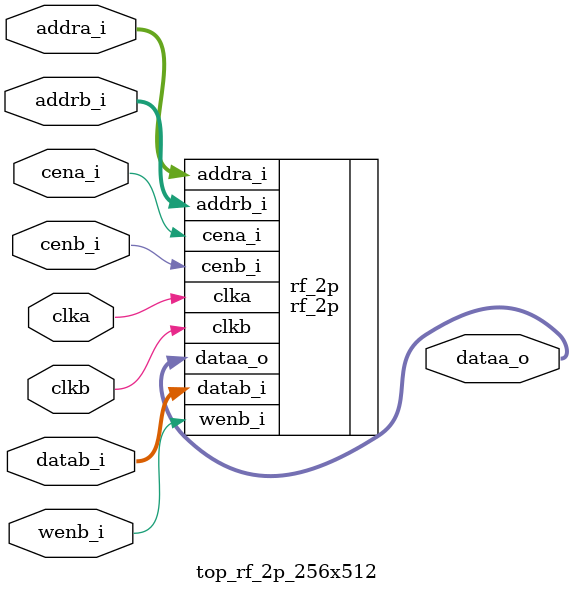
<source format=v>

`include "enc_defines.v"

module top_rf_2p_256x512 (
  clka    ,
  cena_i  ,
  addra_i ,
  dataa_o ,
  clkb    ,
  cenb_i  ,
  wenb_i  ,
  addrb_i ,
  datab_i
);


//*** PARAMETER DECLARATION ****************************************************

  localparam Word_Width = 256 ;
  localparam Addr_Width = 9   ;


//*** INPUT/OUTPUT DECLARATION *************************************************

  // A port
  input                       clka    ;
  input                       cena_i  ;
  input  [Addr_Width-1 :0]    addra_i ;
  output [Word_Width-1 :0]    dataa_o ;
                                      
  // B Port                           
  input                       clkb    ;
  input                       cenb_i  ;
  input                       wenb_i  ;
  input  [Addr_Width-1 :0]    addrb_i ;
  input  [Word_Width-1 :0]    datab_i ;


//*** MAIN BODY ****************************************************************

  rf_2p #(
    .Addr_Width    ( Addr_Width    ),
    .Word_Width    ( Word_Width    )
  ) rf_2p (
    .clka          ( clka          ),
    .cena_i        ( cena_i        ),
    .addra_i       ( addra_i       ),
    .dataa_o       ( dataa_o       ),
    .clkb          ( clkb          ),
    .cenb_i        ( cenb_i        ),
    .wenb_i        ( wenb_i        ),
    .addrb_i       ( addrb_i       ),
    .datab_i       ( datab_i       )
    );


endmodule
</source>
